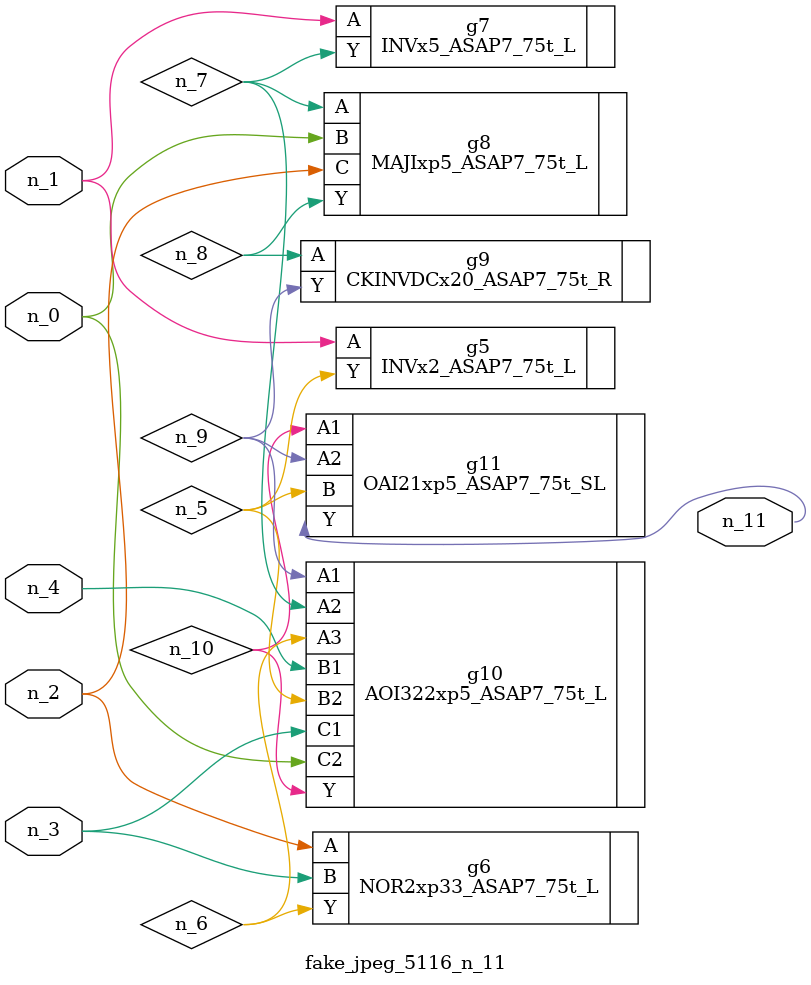
<source format=v>
module fake_jpeg_5116_n_11 (n_3, n_2, n_1, n_0, n_4, n_11);

input n_3;
input n_2;
input n_1;
input n_0;
input n_4;

output n_11;

wire n_10;
wire n_8;
wire n_9;
wire n_6;
wire n_5;
wire n_7;

INVx2_ASAP7_75t_L g5 ( 
.A(n_1),
.Y(n_5)
);

NOR2xp33_ASAP7_75t_L g6 ( 
.A(n_2),
.B(n_3),
.Y(n_6)
);

INVx5_ASAP7_75t_L g7 ( 
.A(n_1),
.Y(n_7)
);

MAJIxp5_ASAP7_75t_L g8 ( 
.A(n_7),
.B(n_0),
.C(n_2),
.Y(n_8)
);

CKINVDCx20_ASAP7_75t_R g9 ( 
.A(n_8),
.Y(n_9)
);

AOI322xp5_ASAP7_75t_L g10 ( 
.A1(n_9),
.A2(n_7),
.A3(n_6),
.B1(n_4),
.B2(n_5),
.C1(n_3),
.C2(n_0),
.Y(n_10)
);

OAI21xp5_ASAP7_75t_SL g11 ( 
.A1(n_10),
.A2(n_9),
.B(n_5),
.Y(n_11)
);


endmodule
</source>
